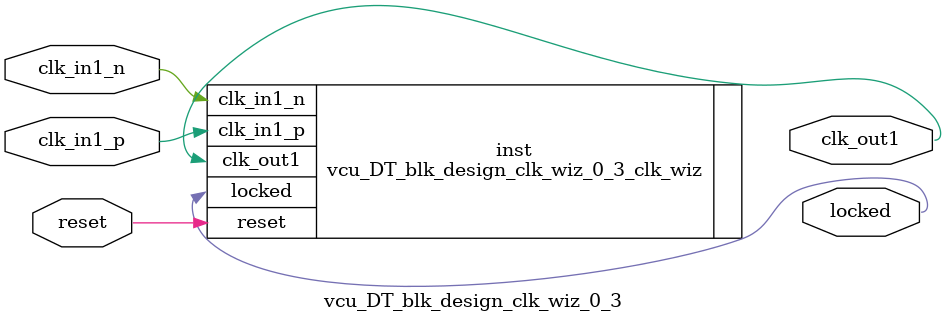
<source format=v>


`timescale 1ps/1ps

(* CORE_GENERATION_INFO = "vcu_DT_blk_design_clk_wiz_0_3,clk_wiz_v6_0_3_0_0,{component_name=vcu_DT_blk_design_clk_wiz_0_3,use_phase_alignment=false,use_min_o_jitter=false,use_max_i_jitter=false,use_dyn_phase_shift=false,use_inclk_switchover=false,use_dyn_reconfig=false,enable_axi=0,feedback_source=FDBK_AUTO,PRIMITIVE=MMCM,num_out_clk=1,clkin1_period=8.000,clkin2_period=10.000,use_power_down=false,use_reset=true,use_locked=true,use_inclk_stopped=false,feedback_type=SINGLE,CLOCK_MGR_TYPE=NA,manual_override=false}" *)

module vcu_DT_blk_design_clk_wiz_0_3 
 (
  // Clock out ports
  output        clk_out1,
  // Status and control signals
  input         reset,
  output        locked,
 // Clock in ports
  input         clk_in1_p,
  input         clk_in1_n
 );

  vcu_DT_blk_design_clk_wiz_0_3_clk_wiz inst
  (
  // Clock out ports  
  .clk_out1(clk_out1),
  // Status and control signals               
  .reset(reset), 
  .locked(locked),
 // Clock in ports
  .clk_in1_p(clk_in1_p),
  .clk_in1_n(clk_in1_n)
  );

endmodule

</source>
